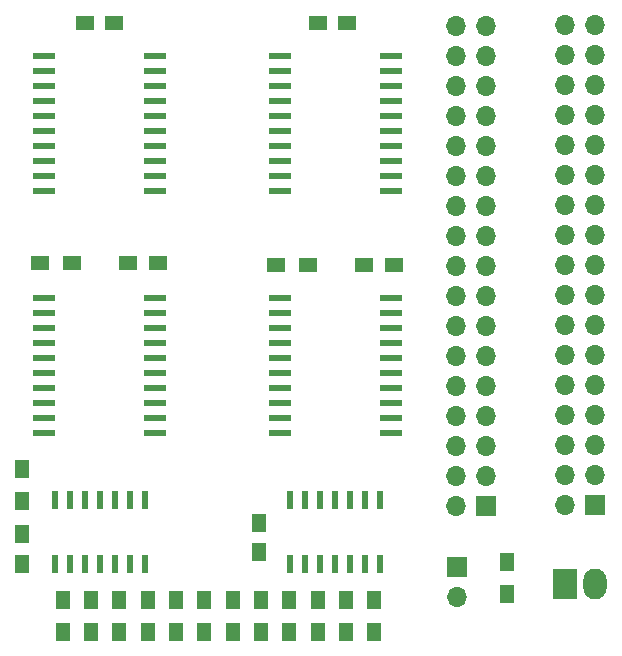
<source format=gbs>
%TF.GenerationSoftware,KiCad,Pcbnew,5.1.10*%
%TF.CreationDate,2021-12-03T13:16:58+01:00*%
%TF.ProjectId,afterglow_pico,61667465-7267-46c6-9f77-5f7069636f2e,rev?*%
%TF.SameCoordinates,Original*%
%TF.FileFunction,Soldermask,Bot*%
%TF.FilePolarity,Negative*%
%FSLAX46Y46*%
G04 Gerber Fmt 4.6, Leading zero omitted, Abs format (unit mm)*
G04 Created by KiCad (PCBNEW 5.1.10) date 2021-12-03 13:16:58*
%MOMM*%
%LPD*%
G01*
G04 APERTURE LIST*
%ADD10R,1.300000X1.500000*%
%ADD11R,1.500000X1.300000*%
%ADD12R,0.600000X1.500000*%
%ADD13O,1.700000X1.700000*%
%ADD14R,1.700000X1.700000*%
%ADD15R,1.250000X1.500000*%
%ADD16R,1.950000X0.600000*%
%ADD17O,2.000000X2.600000*%
%ADD18R,2.000000X2.600000*%
%ADD19R,1.500000X1.250000*%
G04 APERTURE END LIST*
D10*
%TO.C,R16*%
X173000000Y-108950000D03*
X173000000Y-106250000D03*
%TD*%
D11*
%TO.C,R2*%
X197150000Y-89000000D03*
X194450000Y-89000000D03*
%TD*%
D12*
%TO.C,U2*%
X175790000Y-114300000D03*
X177060000Y-114300000D03*
X178330000Y-114300000D03*
X179600000Y-114300000D03*
X180870000Y-114300000D03*
X182140000Y-114300000D03*
X183410000Y-114300000D03*
X183410000Y-108900000D03*
X182140000Y-108900000D03*
X180870000Y-108900000D03*
X179600000Y-108900000D03*
X178330000Y-108900000D03*
X177060000Y-108900000D03*
X175790000Y-108900000D03*
%TD*%
D13*
%TO.C,TEST*%
X209750000Y-117040000D03*
D14*
X209750000Y-114500000D03*
%TD*%
D10*
%TO.C,R15*%
X178800000Y-117300000D03*
X178800000Y-120000000D03*
%TD*%
%TO.C,R14*%
X181200000Y-117300000D03*
X181200000Y-120000000D03*
%TD*%
%TO.C,R13*%
X183600000Y-117300000D03*
X183600000Y-120000000D03*
%TD*%
%TO.C,R12*%
X186000000Y-117300000D03*
X186000000Y-120000000D03*
%TD*%
%TO.C,R11*%
X188400000Y-117300000D03*
X188400000Y-120000000D03*
%TD*%
%TO.C,R10*%
X193200000Y-120000000D03*
X193200000Y-117300000D03*
%TD*%
%TO.C,R9*%
X195600000Y-120000000D03*
X195600000Y-117300000D03*
%TD*%
%TO.C,R8*%
X198000000Y-120000000D03*
X198000000Y-117300000D03*
%TD*%
%TO.C,R7*%
X200400000Y-120000000D03*
X200400000Y-117300000D03*
%TD*%
%TO.C,R6*%
X202800000Y-120000000D03*
X202800000Y-117300000D03*
%TD*%
D11*
%TO.C,R5*%
X177150000Y-88800000D03*
X174450000Y-88800000D03*
%TD*%
D10*
%TO.C,R4*%
X176400000Y-117300000D03*
X176400000Y-120000000D03*
%TD*%
%TO.C,R3*%
X214000000Y-116850000D03*
X214000000Y-114150000D03*
%TD*%
D15*
%TO.C,C8*%
X173000000Y-114250000D03*
X173000000Y-111750000D03*
%TD*%
%TO.C,C7*%
X193000000Y-113300000D03*
X193000000Y-110800000D03*
%TD*%
D16*
%TO.C,U7*%
X184200000Y-91785000D03*
X184200000Y-93055000D03*
X184200000Y-94325000D03*
X184200000Y-95595000D03*
X184200000Y-96865000D03*
X184200000Y-98135000D03*
X184200000Y-99405000D03*
X184200000Y-100675000D03*
X184200000Y-101945000D03*
X184200000Y-103215000D03*
X174800000Y-103215000D03*
X174800000Y-101945000D03*
X174800000Y-100675000D03*
X174800000Y-99405000D03*
X174800000Y-98135000D03*
X174800000Y-96865000D03*
X174800000Y-95595000D03*
X174800000Y-94325000D03*
X174800000Y-93055000D03*
X174800000Y-91785000D03*
%TD*%
%TO.C,U6*%
X184200000Y-71285000D03*
X184200000Y-72555000D03*
X184200000Y-73825000D03*
X184200000Y-75095000D03*
X184200000Y-76365000D03*
X184200000Y-77635000D03*
X184200000Y-78905000D03*
X184200000Y-80175000D03*
X184200000Y-81445000D03*
X184200000Y-82715000D03*
X174800000Y-82715000D03*
X174800000Y-81445000D03*
X174800000Y-80175000D03*
X174800000Y-78905000D03*
X174800000Y-77635000D03*
X174800000Y-76365000D03*
X174800000Y-75095000D03*
X174800000Y-73825000D03*
X174800000Y-72555000D03*
X174800000Y-71285000D03*
%TD*%
%TO.C,U4*%
X194800000Y-91785000D03*
X194800000Y-93055000D03*
X194800000Y-94325000D03*
X194800000Y-95595000D03*
X194800000Y-96865000D03*
X194800000Y-98135000D03*
X194800000Y-99405000D03*
X194800000Y-100675000D03*
X194800000Y-101945000D03*
X194800000Y-103215000D03*
X204200000Y-103215000D03*
X204200000Y-101945000D03*
X204200000Y-100675000D03*
X204200000Y-99405000D03*
X204200000Y-98135000D03*
X204200000Y-96865000D03*
X204200000Y-95595000D03*
X204200000Y-94325000D03*
X204200000Y-93055000D03*
X204200000Y-91785000D03*
%TD*%
%TO.C,U3*%
X194800000Y-71285000D03*
X194800000Y-72555000D03*
X194800000Y-73825000D03*
X194800000Y-75095000D03*
X194800000Y-76365000D03*
X194800000Y-77635000D03*
X194800000Y-78905000D03*
X194800000Y-80175000D03*
X194800000Y-81445000D03*
X194800000Y-82715000D03*
X204200000Y-82715000D03*
X204200000Y-81445000D03*
X204200000Y-80175000D03*
X204200000Y-78905000D03*
X204200000Y-77635000D03*
X204200000Y-76365000D03*
X204200000Y-75095000D03*
X204200000Y-73825000D03*
X204200000Y-72555000D03*
X204200000Y-71285000D03*
%TD*%
D12*
%TO.C,U1*%
X195690000Y-114300000D03*
X196960000Y-114300000D03*
X198230000Y-114300000D03*
X199500000Y-114300000D03*
X200770000Y-114300000D03*
X202040000Y-114300000D03*
X203310000Y-114300000D03*
X203310000Y-108900000D03*
X202040000Y-108900000D03*
X200770000Y-108900000D03*
X199500000Y-108900000D03*
X198230000Y-108900000D03*
X196960000Y-108900000D03*
X195690000Y-108900000D03*
%TD*%
D10*
%TO.C,R1*%
X190800000Y-120000000D03*
X190800000Y-117300000D03*
%TD*%
D17*
%TO.C,+ 5V -*%
X221500000Y-116000000D03*
D18*
X218960000Y-116000000D03*
%TD*%
D13*
%TO.C,J2*%
X209710000Y-68700000D03*
X212250000Y-68700000D03*
X209710000Y-71240000D03*
X212250000Y-71240000D03*
X209710000Y-73780000D03*
X212250000Y-73780000D03*
X209710000Y-76320000D03*
X212250000Y-76320000D03*
X209710000Y-78860000D03*
X212250000Y-78860000D03*
X209710000Y-81400000D03*
X212250000Y-81400000D03*
X209710000Y-83940000D03*
X212250000Y-83940000D03*
X209710000Y-86480000D03*
X212250000Y-86480000D03*
X209710000Y-89020000D03*
X212250000Y-89020000D03*
X209710000Y-91560000D03*
X212250000Y-91560000D03*
X209710000Y-94100000D03*
X212250000Y-94100000D03*
X209710000Y-96640000D03*
X212250000Y-96640000D03*
X209710000Y-99180000D03*
X212250000Y-99180000D03*
X209710000Y-101720000D03*
X212250000Y-101720000D03*
X209710000Y-104260000D03*
X212250000Y-104260000D03*
X209710000Y-106800000D03*
X212250000Y-106800000D03*
X209710000Y-109340000D03*
D14*
X212250000Y-109340000D03*
%TD*%
D13*
%TO.C,J1*%
X218960000Y-68660000D03*
X221500000Y-68660000D03*
X218960000Y-71200000D03*
X221500000Y-71200000D03*
X218960000Y-73740000D03*
X221500000Y-73740000D03*
X218960000Y-76280000D03*
X221500000Y-76280000D03*
X218960000Y-78820000D03*
X221500000Y-78820000D03*
X218960000Y-81360000D03*
X221500000Y-81360000D03*
X218960000Y-83900000D03*
X221500000Y-83900000D03*
X218960000Y-86440000D03*
X221500000Y-86440000D03*
X218960000Y-88980000D03*
X221500000Y-88980000D03*
X218960000Y-91520000D03*
X221500000Y-91520000D03*
X218960000Y-94060000D03*
X221500000Y-94060000D03*
X218960000Y-96600000D03*
X221500000Y-96600000D03*
X218960000Y-99140000D03*
X221500000Y-99140000D03*
X218960000Y-101680000D03*
X221500000Y-101680000D03*
X218960000Y-104220000D03*
X221500000Y-104220000D03*
X218960000Y-106760000D03*
X221500000Y-106760000D03*
X218960000Y-109300000D03*
D14*
X221500000Y-109300000D03*
%TD*%
D19*
%TO.C,C4*%
X184450000Y-88800000D03*
X181950000Y-88800000D03*
%TD*%
%TO.C,C3*%
X178250000Y-68500000D03*
X180750000Y-68500000D03*
%TD*%
%TO.C,C2*%
X204450000Y-89000000D03*
X201950000Y-89000000D03*
%TD*%
%TO.C,C1*%
X200500000Y-68500000D03*
X198000000Y-68500000D03*
%TD*%
M02*

</source>
